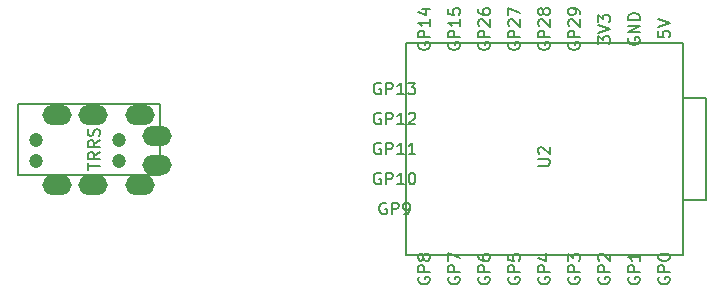
<source format=gbr>
%TF.GenerationSoftware,KiCad,Pcbnew,7.0.8*%
%TF.CreationDate,2023-10-28T15:02:47+09:00*%
%TF.ProjectId,jisaku20rp,6a697361-6b75-4323-9072-702e6b696361,rev?*%
%TF.SameCoordinates,Original*%
%TF.FileFunction,Legend,Top*%
%TF.FilePolarity,Positive*%
%FSLAX46Y46*%
G04 Gerber Fmt 4.6, Leading zero omitted, Abs format (unit mm)*
G04 Created by KiCad (PCBNEW 7.0.8) date 2023-10-28 15:02:47*
%MOMM*%
%LPD*%
G01*
G04 APERTURE LIST*
%ADD10C,0.150000*%
%ADD11C,1.200000*%
%ADD12O,2.500000X1.700000*%
G04 APERTURE END LIST*
D10*
X16164819Y17108095D02*
X16164819Y17679523D01*
X17164819Y17393809D02*
X16164819Y17393809D01*
X17164819Y18584285D02*
X16688628Y18250952D01*
X17164819Y18012857D02*
X16164819Y18012857D01*
X16164819Y18012857D02*
X16164819Y18393809D01*
X16164819Y18393809D02*
X16212438Y18489047D01*
X16212438Y18489047D02*
X16260057Y18536666D01*
X16260057Y18536666D02*
X16355295Y18584285D01*
X16355295Y18584285D02*
X16498152Y18584285D01*
X16498152Y18584285D02*
X16593390Y18536666D01*
X16593390Y18536666D02*
X16641009Y18489047D01*
X16641009Y18489047D02*
X16688628Y18393809D01*
X16688628Y18393809D02*
X16688628Y18012857D01*
X17164819Y19584285D02*
X16688628Y19250952D01*
X17164819Y19012857D02*
X16164819Y19012857D01*
X16164819Y19012857D02*
X16164819Y19393809D01*
X16164819Y19393809D02*
X16212438Y19489047D01*
X16212438Y19489047D02*
X16260057Y19536666D01*
X16260057Y19536666D02*
X16355295Y19584285D01*
X16355295Y19584285D02*
X16498152Y19584285D01*
X16498152Y19584285D02*
X16593390Y19536666D01*
X16593390Y19536666D02*
X16641009Y19489047D01*
X16641009Y19489047D02*
X16688628Y19393809D01*
X16688628Y19393809D02*
X16688628Y19012857D01*
X17117200Y19965238D02*
X17164819Y20108095D01*
X17164819Y20108095D02*
X17164819Y20346190D01*
X17164819Y20346190D02*
X17117200Y20441428D01*
X17117200Y20441428D02*
X17069580Y20489047D01*
X17069580Y20489047D02*
X16974342Y20536666D01*
X16974342Y20536666D02*
X16879104Y20536666D01*
X16879104Y20536666D02*
X16783866Y20489047D01*
X16783866Y20489047D02*
X16736247Y20441428D01*
X16736247Y20441428D02*
X16688628Y20346190D01*
X16688628Y20346190D02*
X16641009Y20155714D01*
X16641009Y20155714D02*
X16593390Y20060476D01*
X16593390Y20060476D02*
X16545771Y20012857D01*
X16545771Y20012857D02*
X16450533Y19965238D01*
X16450533Y19965238D02*
X16355295Y19965238D01*
X16355295Y19965238D02*
X16260057Y20012857D01*
X16260057Y20012857D02*
X16212438Y20060476D01*
X16212438Y20060476D02*
X16164819Y20155714D01*
X16164819Y20155714D02*
X16164819Y20393809D01*
X16164819Y20393809D02*
X16212438Y20536666D01*
X54284819Y17448095D02*
X55094342Y17448095D01*
X55094342Y17448095D02*
X55189580Y17495714D01*
X55189580Y17495714D02*
X55237200Y17543333D01*
X55237200Y17543333D02*
X55284819Y17638571D01*
X55284819Y17638571D02*
X55284819Y17829047D01*
X55284819Y17829047D02*
X55237200Y17924285D01*
X55237200Y17924285D02*
X55189580Y17971904D01*
X55189580Y17971904D02*
X55094342Y18019523D01*
X55094342Y18019523D02*
X54284819Y18019523D01*
X54380057Y18448095D02*
X54332438Y18495714D01*
X54332438Y18495714D02*
X54284819Y18590952D01*
X54284819Y18590952D02*
X54284819Y18829047D01*
X54284819Y18829047D02*
X54332438Y18924285D01*
X54332438Y18924285D02*
X54380057Y18971904D01*
X54380057Y18971904D02*
X54475295Y19019523D01*
X54475295Y19019523D02*
X54570533Y19019523D01*
X54570533Y19019523D02*
X54713390Y18971904D01*
X54713390Y18971904D02*
X55284819Y18400476D01*
X55284819Y18400476D02*
X55284819Y19019523D01*
X56882438Y27819523D02*
X56834819Y27724285D01*
X56834819Y27724285D02*
X56834819Y27581428D01*
X56834819Y27581428D02*
X56882438Y27438571D01*
X56882438Y27438571D02*
X56977676Y27343333D01*
X56977676Y27343333D02*
X57072914Y27295714D01*
X57072914Y27295714D02*
X57263390Y27248095D01*
X57263390Y27248095D02*
X57406247Y27248095D01*
X57406247Y27248095D02*
X57596723Y27295714D01*
X57596723Y27295714D02*
X57691961Y27343333D01*
X57691961Y27343333D02*
X57787200Y27438571D01*
X57787200Y27438571D02*
X57834819Y27581428D01*
X57834819Y27581428D02*
X57834819Y27676666D01*
X57834819Y27676666D02*
X57787200Y27819523D01*
X57787200Y27819523D02*
X57739580Y27867142D01*
X57739580Y27867142D02*
X57406247Y27867142D01*
X57406247Y27867142D02*
X57406247Y27676666D01*
X57834819Y28295714D02*
X56834819Y28295714D01*
X56834819Y28295714D02*
X56834819Y28676666D01*
X56834819Y28676666D02*
X56882438Y28771904D01*
X56882438Y28771904D02*
X56930057Y28819523D01*
X56930057Y28819523D02*
X57025295Y28867142D01*
X57025295Y28867142D02*
X57168152Y28867142D01*
X57168152Y28867142D02*
X57263390Y28819523D01*
X57263390Y28819523D02*
X57311009Y28771904D01*
X57311009Y28771904D02*
X57358628Y28676666D01*
X57358628Y28676666D02*
X57358628Y28295714D01*
X56930057Y29248095D02*
X56882438Y29295714D01*
X56882438Y29295714D02*
X56834819Y29390952D01*
X56834819Y29390952D02*
X56834819Y29629047D01*
X56834819Y29629047D02*
X56882438Y29724285D01*
X56882438Y29724285D02*
X56930057Y29771904D01*
X56930057Y29771904D02*
X57025295Y29819523D01*
X57025295Y29819523D02*
X57120533Y29819523D01*
X57120533Y29819523D02*
X57263390Y29771904D01*
X57263390Y29771904D02*
X57834819Y29200476D01*
X57834819Y29200476D02*
X57834819Y29819523D01*
X57834819Y30295714D02*
X57834819Y30486190D01*
X57834819Y30486190D02*
X57787200Y30581428D01*
X57787200Y30581428D02*
X57739580Y30629047D01*
X57739580Y30629047D02*
X57596723Y30724285D01*
X57596723Y30724285D02*
X57406247Y30771904D01*
X57406247Y30771904D02*
X57025295Y30771904D01*
X57025295Y30771904D02*
X56930057Y30724285D01*
X56930057Y30724285D02*
X56882438Y30676666D01*
X56882438Y30676666D02*
X56834819Y30581428D01*
X56834819Y30581428D02*
X56834819Y30390952D01*
X56834819Y30390952D02*
X56882438Y30295714D01*
X56882438Y30295714D02*
X56930057Y30248095D01*
X56930057Y30248095D02*
X57025295Y30200476D01*
X57025295Y30200476D02*
X57263390Y30200476D01*
X57263390Y30200476D02*
X57358628Y30248095D01*
X57358628Y30248095D02*
X57406247Y30295714D01*
X57406247Y30295714D02*
X57453866Y30390952D01*
X57453866Y30390952D02*
X57453866Y30581428D01*
X57453866Y30581428D02*
X57406247Y30676666D01*
X57406247Y30676666D02*
X57358628Y30724285D01*
X57358628Y30724285D02*
X57263390Y30771904D01*
X44182438Y7975714D02*
X44134819Y7880476D01*
X44134819Y7880476D02*
X44134819Y7737619D01*
X44134819Y7737619D02*
X44182438Y7594762D01*
X44182438Y7594762D02*
X44277676Y7499524D01*
X44277676Y7499524D02*
X44372914Y7451905D01*
X44372914Y7451905D02*
X44563390Y7404286D01*
X44563390Y7404286D02*
X44706247Y7404286D01*
X44706247Y7404286D02*
X44896723Y7451905D01*
X44896723Y7451905D02*
X44991961Y7499524D01*
X44991961Y7499524D02*
X45087200Y7594762D01*
X45087200Y7594762D02*
X45134819Y7737619D01*
X45134819Y7737619D02*
X45134819Y7832857D01*
X45134819Y7832857D02*
X45087200Y7975714D01*
X45087200Y7975714D02*
X45039580Y8023333D01*
X45039580Y8023333D02*
X44706247Y8023333D01*
X44706247Y8023333D02*
X44706247Y7832857D01*
X45134819Y8451905D02*
X44134819Y8451905D01*
X44134819Y8451905D02*
X44134819Y8832857D01*
X44134819Y8832857D02*
X44182438Y8928095D01*
X44182438Y8928095D02*
X44230057Y8975714D01*
X44230057Y8975714D02*
X44325295Y9023333D01*
X44325295Y9023333D02*
X44468152Y9023333D01*
X44468152Y9023333D02*
X44563390Y8975714D01*
X44563390Y8975714D02*
X44611009Y8928095D01*
X44611009Y8928095D02*
X44658628Y8832857D01*
X44658628Y8832857D02*
X44658628Y8451905D01*
X44563390Y9594762D02*
X44515771Y9499524D01*
X44515771Y9499524D02*
X44468152Y9451905D01*
X44468152Y9451905D02*
X44372914Y9404286D01*
X44372914Y9404286D02*
X44325295Y9404286D01*
X44325295Y9404286D02*
X44230057Y9451905D01*
X44230057Y9451905D02*
X44182438Y9499524D01*
X44182438Y9499524D02*
X44134819Y9594762D01*
X44134819Y9594762D02*
X44134819Y9785238D01*
X44134819Y9785238D02*
X44182438Y9880476D01*
X44182438Y9880476D02*
X44230057Y9928095D01*
X44230057Y9928095D02*
X44325295Y9975714D01*
X44325295Y9975714D02*
X44372914Y9975714D01*
X44372914Y9975714D02*
X44468152Y9928095D01*
X44468152Y9928095D02*
X44515771Y9880476D01*
X44515771Y9880476D02*
X44563390Y9785238D01*
X44563390Y9785238D02*
X44563390Y9594762D01*
X44563390Y9594762D02*
X44611009Y9499524D01*
X44611009Y9499524D02*
X44658628Y9451905D01*
X44658628Y9451905D02*
X44753866Y9404286D01*
X44753866Y9404286D02*
X44944342Y9404286D01*
X44944342Y9404286D02*
X45039580Y9451905D01*
X45039580Y9451905D02*
X45087200Y9499524D01*
X45087200Y9499524D02*
X45134819Y9594762D01*
X45134819Y9594762D02*
X45134819Y9785238D01*
X45134819Y9785238D02*
X45087200Y9880476D01*
X45087200Y9880476D02*
X45039580Y9928095D01*
X45039580Y9928095D02*
X44944342Y9975714D01*
X44944342Y9975714D02*
X44753866Y9975714D01*
X44753866Y9975714D02*
X44658628Y9928095D01*
X44658628Y9928095D02*
X44611009Y9880476D01*
X44611009Y9880476D02*
X44563390Y9785238D01*
X61962438Y28248095D02*
X61914819Y28152857D01*
X61914819Y28152857D02*
X61914819Y28010000D01*
X61914819Y28010000D02*
X61962438Y27867143D01*
X61962438Y27867143D02*
X62057676Y27771905D01*
X62057676Y27771905D02*
X62152914Y27724286D01*
X62152914Y27724286D02*
X62343390Y27676667D01*
X62343390Y27676667D02*
X62486247Y27676667D01*
X62486247Y27676667D02*
X62676723Y27724286D01*
X62676723Y27724286D02*
X62771961Y27771905D01*
X62771961Y27771905D02*
X62867200Y27867143D01*
X62867200Y27867143D02*
X62914819Y28010000D01*
X62914819Y28010000D02*
X62914819Y28105238D01*
X62914819Y28105238D02*
X62867200Y28248095D01*
X62867200Y28248095D02*
X62819580Y28295714D01*
X62819580Y28295714D02*
X62486247Y28295714D01*
X62486247Y28295714D02*
X62486247Y28105238D01*
X62914819Y28724286D02*
X61914819Y28724286D01*
X61914819Y28724286D02*
X62914819Y29295714D01*
X62914819Y29295714D02*
X61914819Y29295714D01*
X62914819Y29771905D02*
X61914819Y29771905D01*
X61914819Y29771905D02*
X61914819Y30010000D01*
X61914819Y30010000D02*
X61962438Y30152857D01*
X61962438Y30152857D02*
X62057676Y30248095D01*
X62057676Y30248095D02*
X62152914Y30295714D01*
X62152914Y30295714D02*
X62343390Y30343333D01*
X62343390Y30343333D02*
X62486247Y30343333D01*
X62486247Y30343333D02*
X62676723Y30295714D01*
X62676723Y30295714D02*
X62771961Y30248095D01*
X62771961Y30248095D02*
X62867200Y30152857D01*
X62867200Y30152857D02*
X62914819Y30010000D01*
X62914819Y30010000D02*
X62914819Y29771905D01*
X49262438Y7975714D02*
X49214819Y7880476D01*
X49214819Y7880476D02*
X49214819Y7737619D01*
X49214819Y7737619D02*
X49262438Y7594762D01*
X49262438Y7594762D02*
X49357676Y7499524D01*
X49357676Y7499524D02*
X49452914Y7451905D01*
X49452914Y7451905D02*
X49643390Y7404286D01*
X49643390Y7404286D02*
X49786247Y7404286D01*
X49786247Y7404286D02*
X49976723Y7451905D01*
X49976723Y7451905D02*
X50071961Y7499524D01*
X50071961Y7499524D02*
X50167200Y7594762D01*
X50167200Y7594762D02*
X50214819Y7737619D01*
X50214819Y7737619D02*
X50214819Y7832857D01*
X50214819Y7832857D02*
X50167200Y7975714D01*
X50167200Y7975714D02*
X50119580Y8023333D01*
X50119580Y8023333D02*
X49786247Y8023333D01*
X49786247Y8023333D02*
X49786247Y7832857D01*
X50214819Y8451905D02*
X49214819Y8451905D01*
X49214819Y8451905D02*
X49214819Y8832857D01*
X49214819Y8832857D02*
X49262438Y8928095D01*
X49262438Y8928095D02*
X49310057Y8975714D01*
X49310057Y8975714D02*
X49405295Y9023333D01*
X49405295Y9023333D02*
X49548152Y9023333D01*
X49548152Y9023333D02*
X49643390Y8975714D01*
X49643390Y8975714D02*
X49691009Y8928095D01*
X49691009Y8928095D02*
X49738628Y8832857D01*
X49738628Y8832857D02*
X49738628Y8451905D01*
X49214819Y9880476D02*
X49214819Y9690000D01*
X49214819Y9690000D02*
X49262438Y9594762D01*
X49262438Y9594762D02*
X49310057Y9547143D01*
X49310057Y9547143D02*
X49452914Y9451905D01*
X49452914Y9451905D02*
X49643390Y9404286D01*
X49643390Y9404286D02*
X50024342Y9404286D01*
X50024342Y9404286D02*
X50119580Y9451905D01*
X50119580Y9451905D02*
X50167200Y9499524D01*
X50167200Y9499524D02*
X50214819Y9594762D01*
X50214819Y9594762D02*
X50214819Y9785238D01*
X50214819Y9785238D02*
X50167200Y9880476D01*
X50167200Y9880476D02*
X50119580Y9928095D01*
X50119580Y9928095D02*
X50024342Y9975714D01*
X50024342Y9975714D02*
X49786247Y9975714D01*
X49786247Y9975714D02*
X49691009Y9928095D01*
X49691009Y9928095D02*
X49643390Y9880476D01*
X49643390Y9880476D02*
X49595771Y9785238D01*
X49595771Y9785238D02*
X49595771Y9594762D01*
X49595771Y9594762D02*
X49643390Y9499524D01*
X49643390Y9499524D02*
X49691009Y9451905D01*
X49691009Y9451905D02*
X49786247Y9404286D01*
X40949523Y16807561D02*
X40854285Y16855180D01*
X40854285Y16855180D02*
X40711428Y16855180D01*
X40711428Y16855180D02*
X40568571Y16807561D01*
X40568571Y16807561D02*
X40473333Y16712323D01*
X40473333Y16712323D02*
X40425714Y16617085D01*
X40425714Y16617085D02*
X40378095Y16426609D01*
X40378095Y16426609D02*
X40378095Y16283752D01*
X40378095Y16283752D02*
X40425714Y16093276D01*
X40425714Y16093276D02*
X40473333Y15998038D01*
X40473333Y15998038D02*
X40568571Y15902800D01*
X40568571Y15902800D02*
X40711428Y15855180D01*
X40711428Y15855180D02*
X40806666Y15855180D01*
X40806666Y15855180D02*
X40949523Y15902800D01*
X40949523Y15902800D02*
X40997142Y15950419D01*
X40997142Y15950419D02*
X40997142Y16283752D01*
X40997142Y16283752D02*
X40806666Y16283752D01*
X41425714Y15855180D02*
X41425714Y16855180D01*
X41425714Y16855180D02*
X41806666Y16855180D01*
X41806666Y16855180D02*
X41901904Y16807561D01*
X41901904Y16807561D02*
X41949523Y16759942D01*
X41949523Y16759942D02*
X41997142Y16664704D01*
X41997142Y16664704D02*
X41997142Y16521847D01*
X41997142Y16521847D02*
X41949523Y16426609D01*
X41949523Y16426609D02*
X41901904Y16378990D01*
X41901904Y16378990D02*
X41806666Y16331371D01*
X41806666Y16331371D02*
X41425714Y16331371D01*
X42949523Y15855180D02*
X42378095Y15855180D01*
X42663809Y15855180D02*
X42663809Y16855180D01*
X42663809Y16855180D02*
X42568571Y16712323D01*
X42568571Y16712323D02*
X42473333Y16617085D01*
X42473333Y16617085D02*
X42378095Y16569466D01*
X43568571Y16855180D02*
X43663809Y16855180D01*
X43663809Y16855180D02*
X43759047Y16807561D01*
X43759047Y16807561D02*
X43806666Y16759942D01*
X43806666Y16759942D02*
X43854285Y16664704D01*
X43854285Y16664704D02*
X43901904Y16474228D01*
X43901904Y16474228D02*
X43901904Y16236133D01*
X43901904Y16236133D02*
X43854285Y16045657D01*
X43854285Y16045657D02*
X43806666Y15950419D01*
X43806666Y15950419D02*
X43759047Y15902800D01*
X43759047Y15902800D02*
X43663809Y15855180D01*
X43663809Y15855180D02*
X43568571Y15855180D01*
X43568571Y15855180D02*
X43473333Y15902800D01*
X43473333Y15902800D02*
X43425714Y15950419D01*
X43425714Y15950419D02*
X43378095Y16045657D01*
X43378095Y16045657D02*
X43330476Y16236133D01*
X43330476Y16236133D02*
X43330476Y16474228D01*
X43330476Y16474228D02*
X43378095Y16664704D01*
X43378095Y16664704D02*
X43425714Y16759942D01*
X43425714Y16759942D02*
X43473333Y16807561D01*
X43473333Y16807561D02*
X43568571Y16855180D01*
X59374819Y27771905D02*
X59374819Y28390952D01*
X59374819Y28390952D02*
X59755771Y28057619D01*
X59755771Y28057619D02*
X59755771Y28200476D01*
X59755771Y28200476D02*
X59803390Y28295714D01*
X59803390Y28295714D02*
X59851009Y28343333D01*
X59851009Y28343333D02*
X59946247Y28390952D01*
X59946247Y28390952D02*
X60184342Y28390952D01*
X60184342Y28390952D02*
X60279580Y28343333D01*
X60279580Y28343333D02*
X60327200Y28295714D01*
X60327200Y28295714D02*
X60374819Y28200476D01*
X60374819Y28200476D02*
X60374819Y27914762D01*
X60374819Y27914762D02*
X60327200Y27819524D01*
X60327200Y27819524D02*
X60279580Y27771905D01*
X59374819Y28676667D02*
X60374819Y29010000D01*
X60374819Y29010000D02*
X59374819Y29343333D01*
X59374819Y29581429D02*
X59374819Y30200476D01*
X59374819Y30200476D02*
X59755771Y29867143D01*
X59755771Y29867143D02*
X59755771Y30010000D01*
X59755771Y30010000D02*
X59803390Y30105238D01*
X59803390Y30105238D02*
X59851009Y30152857D01*
X59851009Y30152857D02*
X59946247Y30200476D01*
X59946247Y30200476D02*
X60184342Y30200476D01*
X60184342Y30200476D02*
X60279580Y30152857D01*
X60279580Y30152857D02*
X60327200Y30105238D01*
X60327200Y30105238D02*
X60374819Y30010000D01*
X60374819Y30010000D02*
X60374819Y29724286D01*
X60374819Y29724286D02*
X60327200Y29629048D01*
X60327200Y29629048D02*
X60279580Y29581429D01*
X40949523Y24427561D02*
X40854285Y24475180D01*
X40854285Y24475180D02*
X40711428Y24475180D01*
X40711428Y24475180D02*
X40568571Y24427561D01*
X40568571Y24427561D02*
X40473333Y24332323D01*
X40473333Y24332323D02*
X40425714Y24237085D01*
X40425714Y24237085D02*
X40378095Y24046609D01*
X40378095Y24046609D02*
X40378095Y23903752D01*
X40378095Y23903752D02*
X40425714Y23713276D01*
X40425714Y23713276D02*
X40473333Y23618038D01*
X40473333Y23618038D02*
X40568571Y23522800D01*
X40568571Y23522800D02*
X40711428Y23475180D01*
X40711428Y23475180D02*
X40806666Y23475180D01*
X40806666Y23475180D02*
X40949523Y23522800D01*
X40949523Y23522800D02*
X40997142Y23570419D01*
X40997142Y23570419D02*
X40997142Y23903752D01*
X40997142Y23903752D02*
X40806666Y23903752D01*
X41425714Y23475180D02*
X41425714Y24475180D01*
X41425714Y24475180D02*
X41806666Y24475180D01*
X41806666Y24475180D02*
X41901904Y24427561D01*
X41901904Y24427561D02*
X41949523Y24379942D01*
X41949523Y24379942D02*
X41997142Y24284704D01*
X41997142Y24284704D02*
X41997142Y24141847D01*
X41997142Y24141847D02*
X41949523Y24046609D01*
X41949523Y24046609D02*
X41901904Y23998990D01*
X41901904Y23998990D02*
X41806666Y23951371D01*
X41806666Y23951371D02*
X41425714Y23951371D01*
X42949523Y23475180D02*
X42378095Y23475180D01*
X42663809Y23475180D02*
X42663809Y24475180D01*
X42663809Y24475180D02*
X42568571Y24332323D01*
X42568571Y24332323D02*
X42473333Y24237085D01*
X42473333Y24237085D02*
X42378095Y24189466D01*
X43282857Y24475180D02*
X43901904Y24475180D01*
X43901904Y24475180D02*
X43568571Y24094228D01*
X43568571Y24094228D02*
X43711428Y24094228D01*
X43711428Y24094228D02*
X43806666Y24046609D01*
X43806666Y24046609D02*
X43854285Y23998990D01*
X43854285Y23998990D02*
X43901904Y23903752D01*
X43901904Y23903752D02*
X43901904Y23665657D01*
X43901904Y23665657D02*
X43854285Y23570419D01*
X43854285Y23570419D02*
X43806666Y23522800D01*
X43806666Y23522800D02*
X43711428Y23475180D01*
X43711428Y23475180D02*
X43425714Y23475180D01*
X43425714Y23475180D02*
X43330476Y23522800D01*
X43330476Y23522800D02*
X43282857Y23570419D01*
X51802438Y7975714D02*
X51754819Y7880476D01*
X51754819Y7880476D02*
X51754819Y7737619D01*
X51754819Y7737619D02*
X51802438Y7594762D01*
X51802438Y7594762D02*
X51897676Y7499524D01*
X51897676Y7499524D02*
X51992914Y7451905D01*
X51992914Y7451905D02*
X52183390Y7404286D01*
X52183390Y7404286D02*
X52326247Y7404286D01*
X52326247Y7404286D02*
X52516723Y7451905D01*
X52516723Y7451905D02*
X52611961Y7499524D01*
X52611961Y7499524D02*
X52707200Y7594762D01*
X52707200Y7594762D02*
X52754819Y7737619D01*
X52754819Y7737619D02*
X52754819Y7832857D01*
X52754819Y7832857D02*
X52707200Y7975714D01*
X52707200Y7975714D02*
X52659580Y8023333D01*
X52659580Y8023333D02*
X52326247Y8023333D01*
X52326247Y8023333D02*
X52326247Y7832857D01*
X52754819Y8451905D02*
X51754819Y8451905D01*
X51754819Y8451905D02*
X51754819Y8832857D01*
X51754819Y8832857D02*
X51802438Y8928095D01*
X51802438Y8928095D02*
X51850057Y8975714D01*
X51850057Y8975714D02*
X51945295Y9023333D01*
X51945295Y9023333D02*
X52088152Y9023333D01*
X52088152Y9023333D02*
X52183390Y8975714D01*
X52183390Y8975714D02*
X52231009Y8928095D01*
X52231009Y8928095D02*
X52278628Y8832857D01*
X52278628Y8832857D02*
X52278628Y8451905D01*
X51754819Y9928095D02*
X51754819Y9451905D01*
X51754819Y9451905D02*
X52231009Y9404286D01*
X52231009Y9404286D02*
X52183390Y9451905D01*
X52183390Y9451905D02*
X52135771Y9547143D01*
X52135771Y9547143D02*
X52135771Y9785238D01*
X52135771Y9785238D02*
X52183390Y9880476D01*
X52183390Y9880476D02*
X52231009Y9928095D01*
X52231009Y9928095D02*
X52326247Y9975714D01*
X52326247Y9975714D02*
X52564342Y9975714D01*
X52564342Y9975714D02*
X52659580Y9928095D01*
X52659580Y9928095D02*
X52707200Y9880476D01*
X52707200Y9880476D02*
X52754819Y9785238D01*
X52754819Y9785238D02*
X52754819Y9547143D01*
X52754819Y9547143D02*
X52707200Y9451905D01*
X52707200Y9451905D02*
X52659580Y9404286D01*
X41425714Y14267561D02*
X41330476Y14315180D01*
X41330476Y14315180D02*
X41187619Y14315180D01*
X41187619Y14315180D02*
X41044762Y14267561D01*
X41044762Y14267561D02*
X40949524Y14172323D01*
X40949524Y14172323D02*
X40901905Y14077085D01*
X40901905Y14077085D02*
X40854286Y13886609D01*
X40854286Y13886609D02*
X40854286Y13743752D01*
X40854286Y13743752D02*
X40901905Y13553276D01*
X40901905Y13553276D02*
X40949524Y13458038D01*
X40949524Y13458038D02*
X41044762Y13362800D01*
X41044762Y13362800D02*
X41187619Y13315180D01*
X41187619Y13315180D02*
X41282857Y13315180D01*
X41282857Y13315180D02*
X41425714Y13362800D01*
X41425714Y13362800D02*
X41473333Y13410419D01*
X41473333Y13410419D02*
X41473333Y13743752D01*
X41473333Y13743752D02*
X41282857Y13743752D01*
X41901905Y13315180D02*
X41901905Y14315180D01*
X41901905Y14315180D02*
X42282857Y14315180D01*
X42282857Y14315180D02*
X42378095Y14267561D01*
X42378095Y14267561D02*
X42425714Y14219942D01*
X42425714Y14219942D02*
X42473333Y14124704D01*
X42473333Y14124704D02*
X42473333Y13981847D01*
X42473333Y13981847D02*
X42425714Y13886609D01*
X42425714Y13886609D02*
X42378095Y13838990D01*
X42378095Y13838990D02*
X42282857Y13791371D01*
X42282857Y13791371D02*
X41901905Y13791371D01*
X42949524Y13315180D02*
X43140000Y13315180D01*
X43140000Y13315180D02*
X43235238Y13362800D01*
X43235238Y13362800D02*
X43282857Y13410419D01*
X43282857Y13410419D02*
X43378095Y13553276D01*
X43378095Y13553276D02*
X43425714Y13743752D01*
X43425714Y13743752D02*
X43425714Y14124704D01*
X43425714Y14124704D02*
X43378095Y14219942D01*
X43378095Y14219942D02*
X43330476Y14267561D01*
X43330476Y14267561D02*
X43235238Y14315180D01*
X43235238Y14315180D02*
X43044762Y14315180D01*
X43044762Y14315180D02*
X42949524Y14267561D01*
X42949524Y14267561D02*
X42901905Y14219942D01*
X42901905Y14219942D02*
X42854286Y14124704D01*
X42854286Y14124704D02*
X42854286Y13886609D01*
X42854286Y13886609D02*
X42901905Y13791371D01*
X42901905Y13791371D02*
X42949524Y13743752D01*
X42949524Y13743752D02*
X43044762Y13696133D01*
X43044762Y13696133D02*
X43235238Y13696133D01*
X43235238Y13696133D02*
X43330476Y13743752D01*
X43330476Y13743752D02*
X43378095Y13791371D01*
X43378095Y13791371D02*
X43425714Y13886609D01*
X46722438Y7975714D02*
X46674819Y7880476D01*
X46674819Y7880476D02*
X46674819Y7737619D01*
X46674819Y7737619D02*
X46722438Y7594762D01*
X46722438Y7594762D02*
X46817676Y7499524D01*
X46817676Y7499524D02*
X46912914Y7451905D01*
X46912914Y7451905D02*
X47103390Y7404286D01*
X47103390Y7404286D02*
X47246247Y7404286D01*
X47246247Y7404286D02*
X47436723Y7451905D01*
X47436723Y7451905D02*
X47531961Y7499524D01*
X47531961Y7499524D02*
X47627200Y7594762D01*
X47627200Y7594762D02*
X47674819Y7737619D01*
X47674819Y7737619D02*
X47674819Y7832857D01*
X47674819Y7832857D02*
X47627200Y7975714D01*
X47627200Y7975714D02*
X47579580Y8023333D01*
X47579580Y8023333D02*
X47246247Y8023333D01*
X47246247Y8023333D02*
X47246247Y7832857D01*
X47674819Y8451905D02*
X46674819Y8451905D01*
X46674819Y8451905D02*
X46674819Y8832857D01*
X46674819Y8832857D02*
X46722438Y8928095D01*
X46722438Y8928095D02*
X46770057Y8975714D01*
X46770057Y8975714D02*
X46865295Y9023333D01*
X46865295Y9023333D02*
X47008152Y9023333D01*
X47008152Y9023333D02*
X47103390Y8975714D01*
X47103390Y8975714D02*
X47151009Y8928095D01*
X47151009Y8928095D02*
X47198628Y8832857D01*
X47198628Y8832857D02*
X47198628Y8451905D01*
X46674819Y9356667D02*
X46674819Y10023333D01*
X46674819Y10023333D02*
X47674819Y9594762D01*
X44182438Y27819523D02*
X44134819Y27724285D01*
X44134819Y27724285D02*
X44134819Y27581428D01*
X44134819Y27581428D02*
X44182438Y27438571D01*
X44182438Y27438571D02*
X44277676Y27343333D01*
X44277676Y27343333D02*
X44372914Y27295714D01*
X44372914Y27295714D02*
X44563390Y27248095D01*
X44563390Y27248095D02*
X44706247Y27248095D01*
X44706247Y27248095D02*
X44896723Y27295714D01*
X44896723Y27295714D02*
X44991961Y27343333D01*
X44991961Y27343333D02*
X45087200Y27438571D01*
X45087200Y27438571D02*
X45134819Y27581428D01*
X45134819Y27581428D02*
X45134819Y27676666D01*
X45134819Y27676666D02*
X45087200Y27819523D01*
X45087200Y27819523D02*
X45039580Y27867142D01*
X45039580Y27867142D02*
X44706247Y27867142D01*
X44706247Y27867142D02*
X44706247Y27676666D01*
X45134819Y28295714D02*
X44134819Y28295714D01*
X44134819Y28295714D02*
X44134819Y28676666D01*
X44134819Y28676666D02*
X44182438Y28771904D01*
X44182438Y28771904D02*
X44230057Y28819523D01*
X44230057Y28819523D02*
X44325295Y28867142D01*
X44325295Y28867142D02*
X44468152Y28867142D01*
X44468152Y28867142D02*
X44563390Y28819523D01*
X44563390Y28819523D02*
X44611009Y28771904D01*
X44611009Y28771904D02*
X44658628Y28676666D01*
X44658628Y28676666D02*
X44658628Y28295714D01*
X45134819Y29819523D02*
X45134819Y29248095D01*
X45134819Y29533809D02*
X44134819Y29533809D01*
X44134819Y29533809D02*
X44277676Y29438571D01*
X44277676Y29438571D02*
X44372914Y29343333D01*
X44372914Y29343333D02*
X44420533Y29248095D01*
X44468152Y30676666D02*
X45134819Y30676666D01*
X44087200Y30438571D02*
X44801485Y30200476D01*
X44801485Y30200476D02*
X44801485Y30819523D01*
X49262438Y27819523D02*
X49214819Y27724285D01*
X49214819Y27724285D02*
X49214819Y27581428D01*
X49214819Y27581428D02*
X49262438Y27438571D01*
X49262438Y27438571D02*
X49357676Y27343333D01*
X49357676Y27343333D02*
X49452914Y27295714D01*
X49452914Y27295714D02*
X49643390Y27248095D01*
X49643390Y27248095D02*
X49786247Y27248095D01*
X49786247Y27248095D02*
X49976723Y27295714D01*
X49976723Y27295714D02*
X50071961Y27343333D01*
X50071961Y27343333D02*
X50167200Y27438571D01*
X50167200Y27438571D02*
X50214819Y27581428D01*
X50214819Y27581428D02*
X50214819Y27676666D01*
X50214819Y27676666D02*
X50167200Y27819523D01*
X50167200Y27819523D02*
X50119580Y27867142D01*
X50119580Y27867142D02*
X49786247Y27867142D01*
X49786247Y27867142D02*
X49786247Y27676666D01*
X50214819Y28295714D02*
X49214819Y28295714D01*
X49214819Y28295714D02*
X49214819Y28676666D01*
X49214819Y28676666D02*
X49262438Y28771904D01*
X49262438Y28771904D02*
X49310057Y28819523D01*
X49310057Y28819523D02*
X49405295Y28867142D01*
X49405295Y28867142D02*
X49548152Y28867142D01*
X49548152Y28867142D02*
X49643390Y28819523D01*
X49643390Y28819523D02*
X49691009Y28771904D01*
X49691009Y28771904D02*
X49738628Y28676666D01*
X49738628Y28676666D02*
X49738628Y28295714D01*
X49310057Y29248095D02*
X49262438Y29295714D01*
X49262438Y29295714D02*
X49214819Y29390952D01*
X49214819Y29390952D02*
X49214819Y29629047D01*
X49214819Y29629047D02*
X49262438Y29724285D01*
X49262438Y29724285D02*
X49310057Y29771904D01*
X49310057Y29771904D02*
X49405295Y29819523D01*
X49405295Y29819523D02*
X49500533Y29819523D01*
X49500533Y29819523D02*
X49643390Y29771904D01*
X49643390Y29771904D02*
X50214819Y29200476D01*
X50214819Y29200476D02*
X50214819Y29819523D01*
X49214819Y30676666D02*
X49214819Y30486190D01*
X49214819Y30486190D02*
X49262438Y30390952D01*
X49262438Y30390952D02*
X49310057Y30343333D01*
X49310057Y30343333D02*
X49452914Y30248095D01*
X49452914Y30248095D02*
X49643390Y30200476D01*
X49643390Y30200476D02*
X50024342Y30200476D01*
X50024342Y30200476D02*
X50119580Y30248095D01*
X50119580Y30248095D02*
X50167200Y30295714D01*
X50167200Y30295714D02*
X50214819Y30390952D01*
X50214819Y30390952D02*
X50214819Y30581428D01*
X50214819Y30581428D02*
X50167200Y30676666D01*
X50167200Y30676666D02*
X50119580Y30724285D01*
X50119580Y30724285D02*
X50024342Y30771904D01*
X50024342Y30771904D02*
X49786247Y30771904D01*
X49786247Y30771904D02*
X49691009Y30724285D01*
X49691009Y30724285D02*
X49643390Y30676666D01*
X49643390Y30676666D02*
X49595771Y30581428D01*
X49595771Y30581428D02*
X49595771Y30390952D01*
X49595771Y30390952D02*
X49643390Y30295714D01*
X49643390Y30295714D02*
X49691009Y30248095D01*
X49691009Y30248095D02*
X49786247Y30200476D01*
X64502438Y7975714D02*
X64454819Y7880476D01*
X64454819Y7880476D02*
X64454819Y7737619D01*
X64454819Y7737619D02*
X64502438Y7594762D01*
X64502438Y7594762D02*
X64597676Y7499524D01*
X64597676Y7499524D02*
X64692914Y7451905D01*
X64692914Y7451905D02*
X64883390Y7404286D01*
X64883390Y7404286D02*
X65026247Y7404286D01*
X65026247Y7404286D02*
X65216723Y7451905D01*
X65216723Y7451905D02*
X65311961Y7499524D01*
X65311961Y7499524D02*
X65407200Y7594762D01*
X65407200Y7594762D02*
X65454819Y7737619D01*
X65454819Y7737619D02*
X65454819Y7832857D01*
X65454819Y7832857D02*
X65407200Y7975714D01*
X65407200Y7975714D02*
X65359580Y8023333D01*
X65359580Y8023333D02*
X65026247Y8023333D01*
X65026247Y8023333D02*
X65026247Y7832857D01*
X65454819Y8451905D02*
X64454819Y8451905D01*
X64454819Y8451905D02*
X64454819Y8832857D01*
X64454819Y8832857D02*
X64502438Y8928095D01*
X64502438Y8928095D02*
X64550057Y8975714D01*
X64550057Y8975714D02*
X64645295Y9023333D01*
X64645295Y9023333D02*
X64788152Y9023333D01*
X64788152Y9023333D02*
X64883390Y8975714D01*
X64883390Y8975714D02*
X64931009Y8928095D01*
X64931009Y8928095D02*
X64978628Y8832857D01*
X64978628Y8832857D02*
X64978628Y8451905D01*
X64454819Y9642381D02*
X64454819Y9737619D01*
X64454819Y9737619D02*
X64502438Y9832857D01*
X64502438Y9832857D02*
X64550057Y9880476D01*
X64550057Y9880476D02*
X64645295Y9928095D01*
X64645295Y9928095D02*
X64835771Y9975714D01*
X64835771Y9975714D02*
X65073866Y9975714D01*
X65073866Y9975714D02*
X65264342Y9928095D01*
X65264342Y9928095D02*
X65359580Y9880476D01*
X65359580Y9880476D02*
X65407200Y9832857D01*
X65407200Y9832857D02*
X65454819Y9737619D01*
X65454819Y9737619D02*
X65454819Y9642381D01*
X65454819Y9642381D02*
X65407200Y9547143D01*
X65407200Y9547143D02*
X65359580Y9499524D01*
X65359580Y9499524D02*
X65264342Y9451905D01*
X65264342Y9451905D02*
X65073866Y9404286D01*
X65073866Y9404286D02*
X64835771Y9404286D01*
X64835771Y9404286D02*
X64645295Y9451905D01*
X64645295Y9451905D02*
X64550057Y9499524D01*
X64550057Y9499524D02*
X64502438Y9547143D01*
X64502438Y9547143D02*
X64454819Y9642381D01*
X54342438Y7975714D02*
X54294819Y7880476D01*
X54294819Y7880476D02*
X54294819Y7737619D01*
X54294819Y7737619D02*
X54342438Y7594762D01*
X54342438Y7594762D02*
X54437676Y7499524D01*
X54437676Y7499524D02*
X54532914Y7451905D01*
X54532914Y7451905D02*
X54723390Y7404286D01*
X54723390Y7404286D02*
X54866247Y7404286D01*
X54866247Y7404286D02*
X55056723Y7451905D01*
X55056723Y7451905D02*
X55151961Y7499524D01*
X55151961Y7499524D02*
X55247200Y7594762D01*
X55247200Y7594762D02*
X55294819Y7737619D01*
X55294819Y7737619D02*
X55294819Y7832857D01*
X55294819Y7832857D02*
X55247200Y7975714D01*
X55247200Y7975714D02*
X55199580Y8023333D01*
X55199580Y8023333D02*
X54866247Y8023333D01*
X54866247Y8023333D02*
X54866247Y7832857D01*
X55294819Y8451905D02*
X54294819Y8451905D01*
X54294819Y8451905D02*
X54294819Y8832857D01*
X54294819Y8832857D02*
X54342438Y8928095D01*
X54342438Y8928095D02*
X54390057Y8975714D01*
X54390057Y8975714D02*
X54485295Y9023333D01*
X54485295Y9023333D02*
X54628152Y9023333D01*
X54628152Y9023333D02*
X54723390Y8975714D01*
X54723390Y8975714D02*
X54771009Y8928095D01*
X54771009Y8928095D02*
X54818628Y8832857D01*
X54818628Y8832857D02*
X54818628Y8451905D01*
X54628152Y9880476D02*
X55294819Y9880476D01*
X54247200Y9642381D02*
X54961485Y9404286D01*
X54961485Y9404286D02*
X54961485Y10023333D01*
X40949523Y19347561D02*
X40854285Y19395180D01*
X40854285Y19395180D02*
X40711428Y19395180D01*
X40711428Y19395180D02*
X40568571Y19347561D01*
X40568571Y19347561D02*
X40473333Y19252323D01*
X40473333Y19252323D02*
X40425714Y19157085D01*
X40425714Y19157085D02*
X40378095Y18966609D01*
X40378095Y18966609D02*
X40378095Y18823752D01*
X40378095Y18823752D02*
X40425714Y18633276D01*
X40425714Y18633276D02*
X40473333Y18538038D01*
X40473333Y18538038D02*
X40568571Y18442800D01*
X40568571Y18442800D02*
X40711428Y18395180D01*
X40711428Y18395180D02*
X40806666Y18395180D01*
X40806666Y18395180D02*
X40949523Y18442800D01*
X40949523Y18442800D02*
X40997142Y18490419D01*
X40997142Y18490419D02*
X40997142Y18823752D01*
X40997142Y18823752D02*
X40806666Y18823752D01*
X41425714Y18395180D02*
X41425714Y19395180D01*
X41425714Y19395180D02*
X41806666Y19395180D01*
X41806666Y19395180D02*
X41901904Y19347561D01*
X41901904Y19347561D02*
X41949523Y19299942D01*
X41949523Y19299942D02*
X41997142Y19204704D01*
X41997142Y19204704D02*
X41997142Y19061847D01*
X41997142Y19061847D02*
X41949523Y18966609D01*
X41949523Y18966609D02*
X41901904Y18918990D01*
X41901904Y18918990D02*
X41806666Y18871371D01*
X41806666Y18871371D02*
X41425714Y18871371D01*
X42949523Y18395180D02*
X42378095Y18395180D01*
X42663809Y18395180D02*
X42663809Y19395180D01*
X42663809Y19395180D02*
X42568571Y19252323D01*
X42568571Y19252323D02*
X42473333Y19157085D01*
X42473333Y19157085D02*
X42378095Y19109466D01*
X43901904Y18395180D02*
X43330476Y18395180D01*
X43616190Y18395180D02*
X43616190Y19395180D01*
X43616190Y19395180D02*
X43520952Y19252323D01*
X43520952Y19252323D02*
X43425714Y19157085D01*
X43425714Y19157085D02*
X43330476Y19109466D01*
X51802438Y27819523D02*
X51754819Y27724285D01*
X51754819Y27724285D02*
X51754819Y27581428D01*
X51754819Y27581428D02*
X51802438Y27438571D01*
X51802438Y27438571D02*
X51897676Y27343333D01*
X51897676Y27343333D02*
X51992914Y27295714D01*
X51992914Y27295714D02*
X52183390Y27248095D01*
X52183390Y27248095D02*
X52326247Y27248095D01*
X52326247Y27248095D02*
X52516723Y27295714D01*
X52516723Y27295714D02*
X52611961Y27343333D01*
X52611961Y27343333D02*
X52707200Y27438571D01*
X52707200Y27438571D02*
X52754819Y27581428D01*
X52754819Y27581428D02*
X52754819Y27676666D01*
X52754819Y27676666D02*
X52707200Y27819523D01*
X52707200Y27819523D02*
X52659580Y27867142D01*
X52659580Y27867142D02*
X52326247Y27867142D01*
X52326247Y27867142D02*
X52326247Y27676666D01*
X52754819Y28295714D02*
X51754819Y28295714D01*
X51754819Y28295714D02*
X51754819Y28676666D01*
X51754819Y28676666D02*
X51802438Y28771904D01*
X51802438Y28771904D02*
X51850057Y28819523D01*
X51850057Y28819523D02*
X51945295Y28867142D01*
X51945295Y28867142D02*
X52088152Y28867142D01*
X52088152Y28867142D02*
X52183390Y28819523D01*
X52183390Y28819523D02*
X52231009Y28771904D01*
X52231009Y28771904D02*
X52278628Y28676666D01*
X52278628Y28676666D02*
X52278628Y28295714D01*
X51850057Y29248095D02*
X51802438Y29295714D01*
X51802438Y29295714D02*
X51754819Y29390952D01*
X51754819Y29390952D02*
X51754819Y29629047D01*
X51754819Y29629047D02*
X51802438Y29724285D01*
X51802438Y29724285D02*
X51850057Y29771904D01*
X51850057Y29771904D02*
X51945295Y29819523D01*
X51945295Y29819523D02*
X52040533Y29819523D01*
X52040533Y29819523D02*
X52183390Y29771904D01*
X52183390Y29771904D02*
X52754819Y29200476D01*
X52754819Y29200476D02*
X52754819Y29819523D01*
X51754819Y30152857D02*
X51754819Y30819523D01*
X51754819Y30819523D02*
X52754819Y30390952D01*
X40949523Y21887561D02*
X40854285Y21935180D01*
X40854285Y21935180D02*
X40711428Y21935180D01*
X40711428Y21935180D02*
X40568571Y21887561D01*
X40568571Y21887561D02*
X40473333Y21792323D01*
X40473333Y21792323D02*
X40425714Y21697085D01*
X40425714Y21697085D02*
X40378095Y21506609D01*
X40378095Y21506609D02*
X40378095Y21363752D01*
X40378095Y21363752D02*
X40425714Y21173276D01*
X40425714Y21173276D02*
X40473333Y21078038D01*
X40473333Y21078038D02*
X40568571Y20982800D01*
X40568571Y20982800D02*
X40711428Y20935180D01*
X40711428Y20935180D02*
X40806666Y20935180D01*
X40806666Y20935180D02*
X40949523Y20982800D01*
X40949523Y20982800D02*
X40997142Y21030419D01*
X40997142Y21030419D02*
X40997142Y21363752D01*
X40997142Y21363752D02*
X40806666Y21363752D01*
X41425714Y20935180D02*
X41425714Y21935180D01*
X41425714Y21935180D02*
X41806666Y21935180D01*
X41806666Y21935180D02*
X41901904Y21887561D01*
X41901904Y21887561D02*
X41949523Y21839942D01*
X41949523Y21839942D02*
X41997142Y21744704D01*
X41997142Y21744704D02*
X41997142Y21601847D01*
X41997142Y21601847D02*
X41949523Y21506609D01*
X41949523Y21506609D02*
X41901904Y21458990D01*
X41901904Y21458990D02*
X41806666Y21411371D01*
X41806666Y21411371D02*
X41425714Y21411371D01*
X42949523Y20935180D02*
X42378095Y20935180D01*
X42663809Y20935180D02*
X42663809Y21935180D01*
X42663809Y21935180D02*
X42568571Y21792323D01*
X42568571Y21792323D02*
X42473333Y21697085D01*
X42473333Y21697085D02*
X42378095Y21649466D01*
X43330476Y21839942D02*
X43378095Y21887561D01*
X43378095Y21887561D02*
X43473333Y21935180D01*
X43473333Y21935180D02*
X43711428Y21935180D01*
X43711428Y21935180D02*
X43806666Y21887561D01*
X43806666Y21887561D02*
X43854285Y21839942D01*
X43854285Y21839942D02*
X43901904Y21744704D01*
X43901904Y21744704D02*
X43901904Y21649466D01*
X43901904Y21649466D02*
X43854285Y21506609D01*
X43854285Y21506609D02*
X43282857Y20935180D01*
X43282857Y20935180D02*
X43901904Y20935180D01*
X54342438Y27819523D02*
X54294819Y27724285D01*
X54294819Y27724285D02*
X54294819Y27581428D01*
X54294819Y27581428D02*
X54342438Y27438571D01*
X54342438Y27438571D02*
X54437676Y27343333D01*
X54437676Y27343333D02*
X54532914Y27295714D01*
X54532914Y27295714D02*
X54723390Y27248095D01*
X54723390Y27248095D02*
X54866247Y27248095D01*
X54866247Y27248095D02*
X55056723Y27295714D01*
X55056723Y27295714D02*
X55151961Y27343333D01*
X55151961Y27343333D02*
X55247200Y27438571D01*
X55247200Y27438571D02*
X55294819Y27581428D01*
X55294819Y27581428D02*
X55294819Y27676666D01*
X55294819Y27676666D02*
X55247200Y27819523D01*
X55247200Y27819523D02*
X55199580Y27867142D01*
X55199580Y27867142D02*
X54866247Y27867142D01*
X54866247Y27867142D02*
X54866247Y27676666D01*
X55294819Y28295714D02*
X54294819Y28295714D01*
X54294819Y28295714D02*
X54294819Y28676666D01*
X54294819Y28676666D02*
X54342438Y28771904D01*
X54342438Y28771904D02*
X54390057Y28819523D01*
X54390057Y28819523D02*
X54485295Y28867142D01*
X54485295Y28867142D02*
X54628152Y28867142D01*
X54628152Y28867142D02*
X54723390Y28819523D01*
X54723390Y28819523D02*
X54771009Y28771904D01*
X54771009Y28771904D02*
X54818628Y28676666D01*
X54818628Y28676666D02*
X54818628Y28295714D01*
X54390057Y29248095D02*
X54342438Y29295714D01*
X54342438Y29295714D02*
X54294819Y29390952D01*
X54294819Y29390952D02*
X54294819Y29629047D01*
X54294819Y29629047D02*
X54342438Y29724285D01*
X54342438Y29724285D02*
X54390057Y29771904D01*
X54390057Y29771904D02*
X54485295Y29819523D01*
X54485295Y29819523D02*
X54580533Y29819523D01*
X54580533Y29819523D02*
X54723390Y29771904D01*
X54723390Y29771904D02*
X55294819Y29200476D01*
X55294819Y29200476D02*
X55294819Y29819523D01*
X54723390Y30390952D02*
X54675771Y30295714D01*
X54675771Y30295714D02*
X54628152Y30248095D01*
X54628152Y30248095D02*
X54532914Y30200476D01*
X54532914Y30200476D02*
X54485295Y30200476D01*
X54485295Y30200476D02*
X54390057Y30248095D01*
X54390057Y30248095D02*
X54342438Y30295714D01*
X54342438Y30295714D02*
X54294819Y30390952D01*
X54294819Y30390952D02*
X54294819Y30581428D01*
X54294819Y30581428D02*
X54342438Y30676666D01*
X54342438Y30676666D02*
X54390057Y30724285D01*
X54390057Y30724285D02*
X54485295Y30771904D01*
X54485295Y30771904D02*
X54532914Y30771904D01*
X54532914Y30771904D02*
X54628152Y30724285D01*
X54628152Y30724285D02*
X54675771Y30676666D01*
X54675771Y30676666D02*
X54723390Y30581428D01*
X54723390Y30581428D02*
X54723390Y30390952D01*
X54723390Y30390952D02*
X54771009Y30295714D01*
X54771009Y30295714D02*
X54818628Y30248095D01*
X54818628Y30248095D02*
X54913866Y30200476D01*
X54913866Y30200476D02*
X55104342Y30200476D01*
X55104342Y30200476D02*
X55199580Y30248095D01*
X55199580Y30248095D02*
X55247200Y30295714D01*
X55247200Y30295714D02*
X55294819Y30390952D01*
X55294819Y30390952D02*
X55294819Y30581428D01*
X55294819Y30581428D02*
X55247200Y30676666D01*
X55247200Y30676666D02*
X55199580Y30724285D01*
X55199580Y30724285D02*
X55104342Y30771904D01*
X55104342Y30771904D02*
X54913866Y30771904D01*
X54913866Y30771904D02*
X54818628Y30724285D01*
X54818628Y30724285D02*
X54771009Y30676666D01*
X54771009Y30676666D02*
X54723390Y30581428D01*
X59422438Y7975714D02*
X59374819Y7880476D01*
X59374819Y7880476D02*
X59374819Y7737619D01*
X59374819Y7737619D02*
X59422438Y7594762D01*
X59422438Y7594762D02*
X59517676Y7499524D01*
X59517676Y7499524D02*
X59612914Y7451905D01*
X59612914Y7451905D02*
X59803390Y7404286D01*
X59803390Y7404286D02*
X59946247Y7404286D01*
X59946247Y7404286D02*
X60136723Y7451905D01*
X60136723Y7451905D02*
X60231961Y7499524D01*
X60231961Y7499524D02*
X60327200Y7594762D01*
X60327200Y7594762D02*
X60374819Y7737619D01*
X60374819Y7737619D02*
X60374819Y7832857D01*
X60374819Y7832857D02*
X60327200Y7975714D01*
X60327200Y7975714D02*
X60279580Y8023333D01*
X60279580Y8023333D02*
X59946247Y8023333D01*
X59946247Y8023333D02*
X59946247Y7832857D01*
X60374819Y8451905D02*
X59374819Y8451905D01*
X59374819Y8451905D02*
X59374819Y8832857D01*
X59374819Y8832857D02*
X59422438Y8928095D01*
X59422438Y8928095D02*
X59470057Y8975714D01*
X59470057Y8975714D02*
X59565295Y9023333D01*
X59565295Y9023333D02*
X59708152Y9023333D01*
X59708152Y9023333D02*
X59803390Y8975714D01*
X59803390Y8975714D02*
X59851009Y8928095D01*
X59851009Y8928095D02*
X59898628Y8832857D01*
X59898628Y8832857D02*
X59898628Y8451905D01*
X59470057Y9404286D02*
X59422438Y9451905D01*
X59422438Y9451905D02*
X59374819Y9547143D01*
X59374819Y9547143D02*
X59374819Y9785238D01*
X59374819Y9785238D02*
X59422438Y9880476D01*
X59422438Y9880476D02*
X59470057Y9928095D01*
X59470057Y9928095D02*
X59565295Y9975714D01*
X59565295Y9975714D02*
X59660533Y9975714D01*
X59660533Y9975714D02*
X59803390Y9928095D01*
X59803390Y9928095D02*
X60374819Y9356667D01*
X60374819Y9356667D02*
X60374819Y9975714D01*
X46722438Y27819523D02*
X46674819Y27724285D01*
X46674819Y27724285D02*
X46674819Y27581428D01*
X46674819Y27581428D02*
X46722438Y27438571D01*
X46722438Y27438571D02*
X46817676Y27343333D01*
X46817676Y27343333D02*
X46912914Y27295714D01*
X46912914Y27295714D02*
X47103390Y27248095D01*
X47103390Y27248095D02*
X47246247Y27248095D01*
X47246247Y27248095D02*
X47436723Y27295714D01*
X47436723Y27295714D02*
X47531961Y27343333D01*
X47531961Y27343333D02*
X47627200Y27438571D01*
X47627200Y27438571D02*
X47674819Y27581428D01*
X47674819Y27581428D02*
X47674819Y27676666D01*
X47674819Y27676666D02*
X47627200Y27819523D01*
X47627200Y27819523D02*
X47579580Y27867142D01*
X47579580Y27867142D02*
X47246247Y27867142D01*
X47246247Y27867142D02*
X47246247Y27676666D01*
X47674819Y28295714D02*
X46674819Y28295714D01*
X46674819Y28295714D02*
X46674819Y28676666D01*
X46674819Y28676666D02*
X46722438Y28771904D01*
X46722438Y28771904D02*
X46770057Y28819523D01*
X46770057Y28819523D02*
X46865295Y28867142D01*
X46865295Y28867142D02*
X47008152Y28867142D01*
X47008152Y28867142D02*
X47103390Y28819523D01*
X47103390Y28819523D02*
X47151009Y28771904D01*
X47151009Y28771904D02*
X47198628Y28676666D01*
X47198628Y28676666D02*
X47198628Y28295714D01*
X47674819Y29819523D02*
X47674819Y29248095D01*
X47674819Y29533809D02*
X46674819Y29533809D01*
X46674819Y29533809D02*
X46817676Y29438571D01*
X46817676Y29438571D02*
X46912914Y29343333D01*
X46912914Y29343333D02*
X46960533Y29248095D01*
X46674819Y30724285D02*
X46674819Y30248095D01*
X46674819Y30248095D02*
X47151009Y30200476D01*
X47151009Y30200476D02*
X47103390Y30248095D01*
X47103390Y30248095D02*
X47055771Y30343333D01*
X47055771Y30343333D02*
X47055771Y30581428D01*
X47055771Y30581428D02*
X47103390Y30676666D01*
X47103390Y30676666D02*
X47151009Y30724285D01*
X47151009Y30724285D02*
X47246247Y30771904D01*
X47246247Y30771904D02*
X47484342Y30771904D01*
X47484342Y30771904D02*
X47579580Y30724285D01*
X47579580Y30724285D02*
X47627200Y30676666D01*
X47627200Y30676666D02*
X47674819Y30581428D01*
X47674819Y30581428D02*
X47674819Y30343333D01*
X47674819Y30343333D02*
X47627200Y30248095D01*
X47627200Y30248095D02*
X47579580Y30200476D01*
X61962438Y7975714D02*
X61914819Y7880476D01*
X61914819Y7880476D02*
X61914819Y7737619D01*
X61914819Y7737619D02*
X61962438Y7594762D01*
X61962438Y7594762D02*
X62057676Y7499524D01*
X62057676Y7499524D02*
X62152914Y7451905D01*
X62152914Y7451905D02*
X62343390Y7404286D01*
X62343390Y7404286D02*
X62486247Y7404286D01*
X62486247Y7404286D02*
X62676723Y7451905D01*
X62676723Y7451905D02*
X62771961Y7499524D01*
X62771961Y7499524D02*
X62867200Y7594762D01*
X62867200Y7594762D02*
X62914819Y7737619D01*
X62914819Y7737619D02*
X62914819Y7832857D01*
X62914819Y7832857D02*
X62867200Y7975714D01*
X62867200Y7975714D02*
X62819580Y8023333D01*
X62819580Y8023333D02*
X62486247Y8023333D01*
X62486247Y8023333D02*
X62486247Y7832857D01*
X62914819Y8451905D02*
X61914819Y8451905D01*
X61914819Y8451905D02*
X61914819Y8832857D01*
X61914819Y8832857D02*
X61962438Y8928095D01*
X61962438Y8928095D02*
X62010057Y8975714D01*
X62010057Y8975714D02*
X62105295Y9023333D01*
X62105295Y9023333D02*
X62248152Y9023333D01*
X62248152Y9023333D02*
X62343390Y8975714D01*
X62343390Y8975714D02*
X62391009Y8928095D01*
X62391009Y8928095D02*
X62438628Y8832857D01*
X62438628Y8832857D02*
X62438628Y8451905D01*
X62914819Y9975714D02*
X62914819Y9404286D01*
X62914819Y9690000D02*
X61914819Y9690000D01*
X61914819Y9690000D02*
X62057676Y9594762D01*
X62057676Y9594762D02*
X62152914Y9499524D01*
X62152914Y9499524D02*
X62200533Y9404286D01*
X64454819Y28819523D02*
X64454819Y28343333D01*
X64454819Y28343333D02*
X64931009Y28295714D01*
X64931009Y28295714D02*
X64883390Y28343333D01*
X64883390Y28343333D02*
X64835771Y28438571D01*
X64835771Y28438571D02*
X64835771Y28676666D01*
X64835771Y28676666D02*
X64883390Y28771904D01*
X64883390Y28771904D02*
X64931009Y28819523D01*
X64931009Y28819523D02*
X65026247Y28867142D01*
X65026247Y28867142D02*
X65264342Y28867142D01*
X65264342Y28867142D02*
X65359580Y28819523D01*
X65359580Y28819523D02*
X65407200Y28771904D01*
X65407200Y28771904D02*
X65454819Y28676666D01*
X65454819Y28676666D02*
X65454819Y28438571D01*
X65454819Y28438571D02*
X65407200Y28343333D01*
X65407200Y28343333D02*
X65359580Y28295714D01*
X64454819Y29152857D02*
X65454819Y29486190D01*
X65454819Y29486190D02*
X64454819Y29819523D01*
X56882438Y7975714D02*
X56834819Y7880476D01*
X56834819Y7880476D02*
X56834819Y7737619D01*
X56834819Y7737619D02*
X56882438Y7594762D01*
X56882438Y7594762D02*
X56977676Y7499524D01*
X56977676Y7499524D02*
X57072914Y7451905D01*
X57072914Y7451905D02*
X57263390Y7404286D01*
X57263390Y7404286D02*
X57406247Y7404286D01*
X57406247Y7404286D02*
X57596723Y7451905D01*
X57596723Y7451905D02*
X57691961Y7499524D01*
X57691961Y7499524D02*
X57787200Y7594762D01*
X57787200Y7594762D02*
X57834819Y7737619D01*
X57834819Y7737619D02*
X57834819Y7832857D01*
X57834819Y7832857D02*
X57787200Y7975714D01*
X57787200Y7975714D02*
X57739580Y8023333D01*
X57739580Y8023333D02*
X57406247Y8023333D01*
X57406247Y8023333D02*
X57406247Y7832857D01*
X57834819Y8451905D02*
X56834819Y8451905D01*
X56834819Y8451905D02*
X56834819Y8832857D01*
X56834819Y8832857D02*
X56882438Y8928095D01*
X56882438Y8928095D02*
X56930057Y8975714D01*
X56930057Y8975714D02*
X57025295Y9023333D01*
X57025295Y9023333D02*
X57168152Y9023333D01*
X57168152Y9023333D02*
X57263390Y8975714D01*
X57263390Y8975714D02*
X57311009Y8928095D01*
X57311009Y8928095D02*
X57358628Y8832857D01*
X57358628Y8832857D02*
X57358628Y8451905D01*
X56834819Y9356667D02*
X56834819Y9975714D01*
X56834819Y9975714D02*
X57215771Y9642381D01*
X57215771Y9642381D02*
X57215771Y9785238D01*
X57215771Y9785238D02*
X57263390Y9880476D01*
X57263390Y9880476D02*
X57311009Y9928095D01*
X57311009Y9928095D02*
X57406247Y9975714D01*
X57406247Y9975714D02*
X57644342Y9975714D01*
X57644342Y9975714D02*
X57739580Y9928095D01*
X57739580Y9928095D02*
X57787200Y9880476D01*
X57787200Y9880476D02*
X57834819Y9785238D01*
X57834819Y9785238D02*
X57834819Y9499524D01*
X57834819Y9499524D02*
X57787200Y9404286D01*
X57787200Y9404286D02*
X57739580Y9356667D01*
%TO.C,J1*%
X10260000Y16620000D02*
X10260000Y22620000D01*
X22260000Y16620000D02*
X10260000Y16620000D01*
X10260000Y22620000D02*
X22260000Y22620000D01*
X22260000Y22620000D02*
X22260000Y16620000D01*
%TO.C,U2*%
X66590000Y27850000D02*
X66590000Y23180000D01*
X66590000Y27850000D02*
X66590000Y9850000D01*
X43090000Y27850000D02*
X66590000Y27850000D01*
X68470000Y23180000D02*
X68470000Y14520000D01*
X66590000Y23180000D02*
X68470000Y23180000D01*
X66590000Y14520000D02*
X68470000Y14520000D01*
X66590000Y9850000D02*
X66590000Y14520000D01*
X66590000Y9850000D02*
X43090000Y9850000D01*
X43090000Y9850000D02*
X43090000Y27850000D01*
%TD*%
D11*
%TO.C,J1*%
X11760000Y17870000D03*
X18760000Y17870000D03*
X11760000Y19620000D03*
X18760000Y19620000D03*
D12*
X22060000Y17520000D03*
X22060000Y19970000D03*
X13560000Y15770000D03*
X13560000Y21720000D03*
X16560000Y15770000D03*
X16560000Y21720000D03*
X20560000Y15770000D03*
X20560000Y21720000D03*
%TD*%
M02*

</source>
